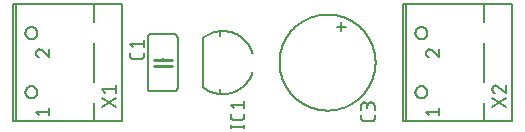
<source format=gbr>
G04 EAGLE Gerber RS-274X export*
G75*
%MOMM*%
%FSLAX34Y34*%
%LPD*%
%INSilkscreen Top*%
%IPPOS*%
%AMOC8*
5,1,8,0,0,1.08239X$1,22.5*%
G01*
%ADD10C,0.152400*%
%ADD11C,0.254000*%
%ADD12C,0.127000*%


D10*
X139700Y54610D02*
X139700Y97790D01*
X165100Y97790D02*
X165100Y54610D01*
X162560Y100330D02*
X142240Y100330D01*
X142240Y52070D02*
X162560Y52070D01*
X139700Y97790D02*
X139702Y97890D01*
X139708Y97989D01*
X139718Y98089D01*
X139731Y98187D01*
X139749Y98286D01*
X139770Y98383D01*
X139795Y98479D01*
X139824Y98575D01*
X139857Y98669D01*
X139893Y98762D01*
X139933Y98853D01*
X139977Y98943D01*
X140024Y99031D01*
X140074Y99117D01*
X140128Y99201D01*
X140185Y99283D01*
X140245Y99362D01*
X140309Y99440D01*
X140375Y99514D01*
X140444Y99586D01*
X140516Y99655D01*
X140590Y99721D01*
X140668Y99785D01*
X140747Y99845D01*
X140829Y99902D01*
X140913Y99956D01*
X140999Y100006D01*
X141087Y100053D01*
X141177Y100097D01*
X141268Y100137D01*
X141361Y100173D01*
X141455Y100206D01*
X141551Y100235D01*
X141647Y100260D01*
X141744Y100281D01*
X141843Y100299D01*
X141941Y100312D01*
X142041Y100322D01*
X142140Y100328D01*
X142240Y100330D01*
X139700Y54610D02*
X139702Y54510D01*
X139708Y54411D01*
X139718Y54311D01*
X139731Y54213D01*
X139749Y54114D01*
X139770Y54017D01*
X139795Y53921D01*
X139824Y53825D01*
X139857Y53731D01*
X139893Y53638D01*
X139933Y53547D01*
X139977Y53457D01*
X140024Y53369D01*
X140074Y53283D01*
X140128Y53199D01*
X140185Y53117D01*
X140245Y53038D01*
X140309Y52960D01*
X140375Y52886D01*
X140444Y52814D01*
X140516Y52745D01*
X140590Y52679D01*
X140668Y52615D01*
X140747Y52555D01*
X140829Y52498D01*
X140913Y52444D01*
X140999Y52394D01*
X141087Y52347D01*
X141177Y52303D01*
X141268Y52263D01*
X141361Y52227D01*
X141455Y52194D01*
X141551Y52165D01*
X141647Y52140D01*
X141744Y52119D01*
X141843Y52101D01*
X141941Y52088D01*
X142041Y52078D01*
X142140Y52072D01*
X142240Y52070D01*
X165100Y97790D02*
X165098Y97890D01*
X165092Y97989D01*
X165082Y98089D01*
X165069Y98187D01*
X165051Y98286D01*
X165030Y98383D01*
X165005Y98479D01*
X164976Y98575D01*
X164943Y98669D01*
X164907Y98762D01*
X164867Y98853D01*
X164823Y98943D01*
X164776Y99031D01*
X164726Y99117D01*
X164672Y99201D01*
X164615Y99283D01*
X164555Y99362D01*
X164491Y99440D01*
X164425Y99514D01*
X164356Y99586D01*
X164284Y99655D01*
X164210Y99721D01*
X164132Y99785D01*
X164053Y99845D01*
X163971Y99902D01*
X163887Y99956D01*
X163801Y100006D01*
X163713Y100053D01*
X163623Y100097D01*
X163532Y100137D01*
X163439Y100173D01*
X163345Y100206D01*
X163249Y100235D01*
X163153Y100260D01*
X163056Y100281D01*
X162957Y100299D01*
X162859Y100312D01*
X162759Y100322D01*
X162660Y100328D01*
X162560Y100330D01*
X165100Y54610D02*
X165098Y54510D01*
X165092Y54411D01*
X165082Y54311D01*
X165069Y54213D01*
X165051Y54114D01*
X165030Y54017D01*
X165005Y53921D01*
X164976Y53825D01*
X164943Y53731D01*
X164907Y53638D01*
X164867Y53547D01*
X164823Y53457D01*
X164776Y53369D01*
X164726Y53283D01*
X164672Y53199D01*
X164615Y53117D01*
X164555Y53038D01*
X164491Y52960D01*
X164425Y52886D01*
X164356Y52814D01*
X164284Y52745D01*
X164210Y52679D01*
X164132Y52615D01*
X164053Y52555D01*
X163971Y52498D01*
X163887Y52444D01*
X163801Y52394D01*
X163713Y52347D01*
X163623Y52303D01*
X163532Y52263D01*
X163439Y52227D01*
X163345Y52194D01*
X163249Y52165D01*
X163153Y52140D01*
X163056Y52119D01*
X162957Y52101D01*
X162859Y52088D01*
X162759Y52078D01*
X162660Y52072D01*
X162560Y52070D01*
X152400Y78740D02*
X152400Y80010D01*
D11*
X152400Y78740D02*
X144780Y78740D01*
X152400Y78740D02*
X160020Y78740D01*
X152400Y73660D02*
X144780Y73660D01*
X152400Y73660D02*
X160020Y73660D01*
D10*
X152400Y73660D02*
X152400Y72390D01*
D12*
X136525Y81915D02*
X136525Y84455D01*
X136525Y81915D02*
X136523Y81815D01*
X136517Y81716D01*
X136507Y81616D01*
X136494Y81518D01*
X136476Y81419D01*
X136455Y81322D01*
X136430Y81226D01*
X136401Y81130D01*
X136368Y81036D01*
X136332Y80943D01*
X136292Y80852D01*
X136248Y80762D01*
X136201Y80674D01*
X136151Y80588D01*
X136097Y80504D01*
X136040Y80422D01*
X135980Y80343D01*
X135916Y80265D01*
X135850Y80191D01*
X135781Y80119D01*
X135709Y80050D01*
X135635Y79984D01*
X135557Y79920D01*
X135478Y79860D01*
X135396Y79803D01*
X135312Y79749D01*
X135226Y79699D01*
X135138Y79652D01*
X135048Y79608D01*
X134957Y79568D01*
X134864Y79532D01*
X134770Y79499D01*
X134674Y79470D01*
X134578Y79445D01*
X134481Y79424D01*
X134382Y79406D01*
X134284Y79393D01*
X134184Y79383D01*
X134085Y79377D01*
X133985Y79375D01*
X127635Y79375D01*
X127535Y79377D01*
X127436Y79383D01*
X127336Y79393D01*
X127238Y79406D01*
X127139Y79424D01*
X127042Y79445D01*
X126946Y79470D01*
X126850Y79499D01*
X126756Y79532D01*
X126663Y79568D01*
X126572Y79608D01*
X126482Y79652D01*
X126394Y79699D01*
X126308Y79749D01*
X126224Y79803D01*
X126142Y79860D01*
X126063Y79920D01*
X125985Y79984D01*
X125911Y80050D01*
X125839Y80119D01*
X125770Y80191D01*
X125704Y80265D01*
X125640Y80343D01*
X125580Y80422D01*
X125523Y80504D01*
X125469Y80588D01*
X125419Y80674D01*
X125372Y80762D01*
X125328Y80852D01*
X125288Y80943D01*
X125252Y81036D01*
X125219Y81130D01*
X125190Y81226D01*
X125165Y81322D01*
X125144Y81419D01*
X125126Y81518D01*
X125113Y81616D01*
X125103Y81716D01*
X125097Y81815D01*
X125095Y81915D01*
X125095Y84455D01*
X127635Y88937D02*
X125095Y92112D01*
X136525Y92112D01*
X136525Y88937D02*
X136525Y95287D01*
D10*
X303530Y102870D02*
X303530Y110490D01*
X299720Y106680D02*
X307340Y106680D01*
X251460Y76200D02*
X251472Y77197D01*
X251509Y78194D01*
X251570Y79190D01*
X251656Y80183D01*
X251766Y81175D01*
X251900Y82163D01*
X252058Y83148D01*
X252241Y84128D01*
X252447Y85104D01*
X252678Y86075D01*
X252932Y87039D01*
X253210Y87997D01*
X253511Y88948D01*
X253836Y89891D01*
X254183Y90826D01*
X254554Y91752D01*
X254947Y92669D01*
X255362Y93576D01*
X255799Y94472D01*
X256259Y95358D01*
X256740Y96231D01*
X257242Y97093D01*
X257765Y97942D01*
X258309Y98778D01*
X258873Y99601D01*
X259458Y100409D01*
X260062Y101203D01*
X260685Y101982D01*
X261327Y102745D01*
X261988Y103492D01*
X262667Y104223D01*
X263363Y104937D01*
X264077Y105633D01*
X264808Y106312D01*
X265555Y106973D01*
X266318Y107615D01*
X267097Y108238D01*
X267891Y108842D01*
X268699Y109427D01*
X269522Y109991D01*
X270358Y110535D01*
X271207Y111058D01*
X272069Y111560D01*
X272942Y112041D01*
X273828Y112501D01*
X274724Y112938D01*
X275631Y113353D01*
X276548Y113746D01*
X277474Y114117D01*
X278409Y114464D01*
X279352Y114789D01*
X280303Y115090D01*
X281261Y115368D01*
X282225Y115622D01*
X283196Y115853D01*
X284172Y116059D01*
X285152Y116242D01*
X286137Y116400D01*
X287125Y116534D01*
X288117Y116644D01*
X289110Y116730D01*
X290106Y116791D01*
X291103Y116828D01*
X292100Y116840D01*
X293097Y116828D01*
X294094Y116791D01*
X295090Y116730D01*
X296083Y116644D01*
X297075Y116534D01*
X298063Y116400D01*
X299048Y116242D01*
X300028Y116059D01*
X301004Y115853D01*
X301975Y115622D01*
X302939Y115368D01*
X303897Y115090D01*
X304848Y114789D01*
X305791Y114464D01*
X306726Y114117D01*
X307652Y113746D01*
X308569Y113353D01*
X309476Y112938D01*
X310372Y112501D01*
X311258Y112041D01*
X312131Y111560D01*
X312993Y111058D01*
X313842Y110535D01*
X314678Y109991D01*
X315501Y109427D01*
X316309Y108842D01*
X317103Y108238D01*
X317882Y107615D01*
X318645Y106973D01*
X319392Y106312D01*
X320123Y105633D01*
X320837Y104937D01*
X321533Y104223D01*
X322212Y103492D01*
X322873Y102745D01*
X323515Y101982D01*
X324138Y101203D01*
X324742Y100409D01*
X325327Y99601D01*
X325891Y98778D01*
X326435Y97942D01*
X326958Y97093D01*
X327460Y96231D01*
X327941Y95358D01*
X328401Y94472D01*
X328838Y93576D01*
X329253Y92669D01*
X329646Y91752D01*
X330017Y90826D01*
X330364Y89891D01*
X330689Y88948D01*
X330990Y87997D01*
X331268Y87039D01*
X331522Y86075D01*
X331753Y85104D01*
X331959Y84128D01*
X332142Y83148D01*
X332300Y82163D01*
X332434Y81175D01*
X332544Y80183D01*
X332630Y79190D01*
X332691Y78194D01*
X332728Y77197D01*
X332740Y76200D01*
X332728Y75203D01*
X332691Y74206D01*
X332630Y73210D01*
X332544Y72217D01*
X332434Y71225D01*
X332300Y70237D01*
X332142Y69252D01*
X331959Y68272D01*
X331753Y67296D01*
X331522Y66325D01*
X331268Y65361D01*
X330990Y64403D01*
X330689Y63452D01*
X330364Y62509D01*
X330017Y61574D01*
X329646Y60648D01*
X329253Y59731D01*
X328838Y58824D01*
X328401Y57928D01*
X327941Y57042D01*
X327460Y56169D01*
X326958Y55307D01*
X326435Y54458D01*
X325891Y53622D01*
X325327Y52799D01*
X324742Y51991D01*
X324138Y51197D01*
X323515Y50418D01*
X322873Y49655D01*
X322212Y48908D01*
X321533Y48177D01*
X320837Y47463D01*
X320123Y46767D01*
X319392Y46088D01*
X318645Y45427D01*
X317882Y44785D01*
X317103Y44162D01*
X316309Y43558D01*
X315501Y42973D01*
X314678Y42409D01*
X313842Y41865D01*
X312993Y41342D01*
X312131Y40840D01*
X311258Y40359D01*
X310372Y39899D01*
X309476Y39462D01*
X308569Y39047D01*
X307652Y38654D01*
X306726Y38283D01*
X305791Y37936D01*
X304848Y37611D01*
X303897Y37310D01*
X302939Y37032D01*
X301975Y36778D01*
X301004Y36547D01*
X300028Y36341D01*
X299048Y36158D01*
X298063Y36000D01*
X297075Y35866D01*
X296083Y35756D01*
X295090Y35670D01*
X294094Y35609D01*
X293097Y35572D01*
X292100Y35560D01*
X291103Y35572D01*
X290106Y35609D01*
X289110Y35670D01*
X288117Y35756D01*
X287125Y35866D01*
X286137Y36000D01*
X285152Y36158D01*
X284172Y36341D01*
X283196Y36547D01*
X282225Y36778D01*
X281261Y37032D01*
X280303Y37310D01*
X279352Y37611D01*
X278409Y37936D01*
X277474Y38283D01*
X276548Y38654D01*
X275631Y39047D01*
X274724Y39462D01*
X273828Y39899D01*
X272942Y40359D01*
X272069Y40840D01*
X271207Y41342D01*
X270358Y41865D01*
X269522Y42409D01*
X268699Y42973D01*
X267891Y43558D01*
X267097Y44162D01*
X266318Y44785D01*
X265555Y45427D01*
X264808Y46088D01*
X264077Y46767D01*
X263363Y47463D01*
X262667Y48177D01*
X261988Y48908D01*
X261327Y49655D01*
X260685Y50418D01*
X260062Y51197D01*
X259458Y51991D01*
X258873Y52799D01*
X258309Y53622D01*
X257765Y54458D01*
X257242Y55307D01*
X256740Y56169D01*
X256259Y57042D01*
X255799Y57928D01*
X255362Y58824D01*
X254947Y59731D01*
X254554Y60648D01*
X254183Y61574D01*
X253836Y62509D01*
X253511Y63452D01*
X253210Y64403D01*
X252932Y65361D01*
X252678Y66325D01*
X252447Y67296D01*
X252241Y68272D01*
X252058Y69252D01*
X251900Y70237D01*
X251766Y71225D01*
X251656Y72217D01*
X251570Y73210D01*
X251509Y74206D01*
X251472Y75203D01*
X251460Y76200D01*
D12*
X332105Y31713D02*
X332105Y29173D01*
X332103Y29073D01*
X332097Y28974D01*
X332087Y28874D01*
X332074Y28776D01*
X332056Y28677D01*
X332035Y28580D01*
X332010Y28484D01*
X331981Y28388D01*
X331948Y28294D01*
X331912Y28201D01*
X331872Y28110D01*
X331828Y28020D01*
X331781Y27932D01*
X331731Y27846D01*
X331677Y27762D01*
X331620Y27680D01*
X331560Y27601D01*
X331496Y27523D01*
X331430Y27449D01*
X331361Y27377D01*
X331289Y27308D01*
X331215Y27242D01*
X331137Y27178D01*
X331058Y27118D01*
X330976Y27061D01*
X330892Y27007D01*
X330806Y26957D01*
X330718Y26910D01*
X330628Y26866D01*
X330537Y26826D01*
X330444Y26790D01*
X330350Y26757D01*
X330254Y26728D01*
X330158Y26703D01*
X330061Y26682D01*
X329962Y26664D01*
X329864Y26651D01*
X329764Y26641D01*
X329665Y26635D01*
X329565Y26633D01*
X323215Y26633D01*
X323115Y26635D01*
X323016Y26641D01*
X322916Y26651D01*
X322818Y26664D01*
X322719Y26682D01*
X322622Y26703D01*
X322526Y26728D01*
X322430Y26757D01*
X322336Y26790D01*
X322243Y26826D01*
X322152Y26866D01*
X322062Y26910D01*
X321974Y26957D01*
X321888Y27007D01*
X321804Y27061D01*
X321722Y27118D01*
X321643Y27178D01*
X321565Y27242D01*
X321491Y27308D01*
X321419Y27377D01*
X321350Y27449D01*
X321284Y27523D01*
X321220Y27601D01*
X321160Y27680D01*
X321103Y27762D01*
X321049Y27846D01*
X320999Y27932D01*
X320952Y28020D01*
X320908Y28110D01*
X320868Y28201D01*
X320832Y28294D01*
X320799Y28388D01*
X320770Y28484D01*
X320745Y28580D01*
X320724Y28677D01*
X320706Y28776D01*
X320693Y28874D01*
X320683Y28974D01*
X320677Y29073D01*
X320675Y29173D01*
X320675Y31713D01*
X332105Y36195D02*
X332105Y39370D01*
X332103Y39481D01*
X332097Y39591D01*
X332088Y39702D01*
X332074Y39812D01*
X332057Y39921D01*
X332036Y40030D01*
X332011Y40138D01*
X331982Y40245D01*
X331950Y40351D01*
X331914Y40456D01*
X331874Y40559D01*
X331831Y40661D01*
X331784Y40762D01*
X331733Y40861D01*
X331680Y40958D01*
X331623Y41052D01*
X331562Y41145D01*
X331499Y41236D01*
X331432Y41325D01*
X331362Y41411D01*
X331289Y41494D01*
X331214Y41576D01*
X331136Y41654D01*
X331054Y41729D01*
X330971Y41802D01*
X330885Y41872D01*
X330796Y41939D01*
X330705Y42002D01*
X330612Y42063D01*
X330518Y42120D01*
X330421Y42173D01*
X330322Y42224D01*
X330221Y42271D01*
X330119Y42314D01*
X330016Y42354D01*
X329911Y42390D01*
X329805Y42422D01*
X329698Y42451D01*
X329590Y42476D01*
X329481Y42497D01*
X329372Y42514D01*
X329262Y42528D01*
X329151Y42537D01*
X329041Y42543D01*
X328930Y42545D01*
X328819Y42543D01*
X328709Y42537D01*
X328598Y42528D01*
X328488Y42514D01*
X328379Y42497D01*
X328270Y42476D01*
X328162Y42451D01*
X328055Y42422D01*
X327949Y42390D01*
X327844Y42354D01*
X327741Y42314D01*
X327639Y42271D01*
X327538Y42224D01*
X327439Y42173D01*
X327343Y42120D01*
X327248Y42063D01*
X327155Y42002D01*
X327064Y41939D01*
X326975Y41872D01*
X326889Y41802D01*
X326806Y41729D01*
X326724Y41654D01*
X326646Y41576D01*
X326571Y41494D01*
X326498Y41411D01*
X326428Y41325D01*
X326361Y41236D01*
X326298Y41145D01*
X326237Y41052D01*
X326180Y40957D01*
X326127Y40861D01*
X326076Y40762D01*
X326029Y40661D01*
X325986Y40559D01*
X325946Y40456D01*
X325910Y40351D01*
X325878Y40245D01*
X325849Y40138D01*
X325824Y40030D01*
X325803Y39921D01*
X325786Y39812D01*
X325772Y39702D01*
X325763Y39591D01*
X325757Y39481D01*
X325755Y39370D01*
X320675Y40005D02*
X320675Y36195D01*
X320675Y40005D02*
X320677Y40105D01*
X320683Y40204D01*
X320693Y40304D01*
X320706Y40402D01*
X320724Y40501D01*
X320745Y40598D01*
X320770Y40694D01*
X320799Y40790D01*
X320832Y40884D01*
X320868Y40977D01*
X320908Y41068D01*
X320952Y41158D01*
X320999Y41246D01*
X321049Y41332D01*
X321103Y41416D01*
X321160Y41498D01*
X321220Y41577D01*
X321284Y41655D01*
X321350Y41729D01*
X321419Y41801D01*
X321491Y41870D01*
X321565Y41936D01*
X321643Y42000D01*
X321722Y42060D01*
X321804Y42117D01*
X321888Y42171D01*
X321974Y42221D01*
X322062Y42268D01*
X322152Y42312D01*
X322243Y42352D01*
X322336Y42388D01*
X322430Y42421D01*
X322526Y42450D01*
X322622Y42475D01*
X322719Y42496D01*
X322818Y42514D01*
X322916Y42527D01*
X323016Y42537D01*
X323115Y42543D01*
X323215Y42545D01*
X323315Y42543D01*
X323414Y42537D01*
X323514Y42527D01*
X323612Y42514D01*
X323711Y42496D01*
X323808Y42475D01*
X323904Y42450D01*
X324000Y42421D01*
X324094Y42388D01*
X324187Y42352D01*
X324278Y42312D01*
X324368Y42268D01*
X324456Y42221D01*
X324542Y42171D01*
X324626Y42117D01*
X324708Y42060D01*
X324787Y42000D01*
X324865Y41936D01*
X324939Y41870D01*
X325011Y41801D01*
X325080Y41729D01*
X325146Y41655D01*
X325210Y41577D01*
X325270Y41498D01*
X325327Y41416D01*
X325381Y41332D01*
X325431Y41246D01*
X325478Y41158D01*
X325522Y41068D01*
X325562Y40977D01*
X325598Y40884D01*
X325631Y40790D01*
X325660Y40694D01*
X325685Y40598D01*
X325706Y40501D01*
X325724Y40402D01*
X325737Y40304D01*
X325747Y40204D01*
X325753Y40105D01*
X325755Y40005D01*
X325755Y37465D01*
D10*
X228685Y84063D02*
X228487Y84678D01*
X228274Y85289D01*
X228046Y85894D01*
X227804Y86493D01*
X227547Y87086D01*
X227276Y87673D01*
X226991Y88253D01*
X226692Y88826D01*
X226379Y89392D01*
X226052Y89950D01*
X225713Y90499D01*
X225359Y91041D01*
X224993Y91574D01*
X224614Y92097D01*
X224223Y92612D01*
X223819Y93116D01*
X223403Y93611D01*
X222975Y94095D01*
X222535Y94569D01*
X222084Y95033D01*
X221622Y95485D01*
X221150Y95926D01*
X220666Y96355D01*
X220173Y96772D01*
X219669Y97178D01*
X219156Y97571D01*
X218633Y97951D01*
X218102Y98319D01*
X217561Y98673D01*
X217012Y99015D01*
X216455Y99343D01*
X215890Y99657D01*
X215318Y99958D01*
X214739Y100245D01*
X214153Y100517D01*
X213560Y100775D01*
X212962Y101019D01*
X212357Y101249D01*
X211747Y101463D01*
X211133Y101663D01*
X210513Y101848D01*
X209889Y102017D01*
X209262Y102172D01*
X208631Y102311D01*
X207996Y102435D01*
X207359Y102544D01*
X206719Y102637D01*
X206077Y102714D01*
X205434Y102776D01*
X204789Y102823D01*
X204144Y102853D01*
X203497Y102868D01*
X202851Y102868D01*
X202205Y102851D01*
X201559Y102819D01*
X200914Y102772D01*
X200271Y102709D01*
X199630Y102630D01*
X198990Y102536D01*
X198353Y102426D01*
X197719Y102301D01*
X197088Y102160D01*
X196461Y102004D01*
X195837Y101834D01*
X195218Y101648D01*
X194604Y101447D01*
X193994Y101231D01*
X193390Y101000D01*
X192792Y100755D01*
X192200Y100496D01*
X191615Y100222D01*
X191036Y99934D01*
X190464Y99633D01*
X189900Y99317D01*
X189344Y98988D01*
X188795Y98645D01*
X188256Y98290D01*
X187725Y97921D01*
X187203Y97540D01*
X186690Y97146D01*
X186690Y55250D02*
X187202Y54856D01*
X187724Y54474D01*
X188255Y54106D01*
X188795Y53750D01*
X189343Y53407D01*
X189900Y53078D01*
X190464Y52763D01*
X191035Y52461D01*
X191614Y52173D01*
X192200Y51899D01*
X192792Y51640D01*
X193390Y51395D01*
X193994Y51164D01*
X194603Y50949D01*
X195218Y50748D01*
X195837Y50562D01*
X196460Y50391D01*
X197087Y50235D01*
X197718Y50094D01*
X198353Y49969D01*
X198990Y49859D01*
X199629Y49765D01*
X200271Y49686D01*
X200914Y49623D01*
X201559Y49576D01*
X202204Y49544D01*
X202851Y49527D01*
X203497Y49527D01*
X204143Y49542D01*
X204789Y49572D01*
X205434Y49619D01*
X206077Y49681D01*
X206719Y49758D01*
X207359Y49851D01*
X207996Y49960D01*
X208630Y50084D01*
X209261Y50223D01*
X209889Y50377D01*
X210513Y50547D01*
X211132Y50732D01*
X211747Y50932D01*
X212357Y51146D01*
X212961Y51375D01*
X213560Y51619D01*
X214152Y51878D01*
X214739Y52150D01*
X215318Y52437D01*
X215890Y52738D01*
X216455Y53052D01*
X217012Y53380D01*
X217561Y53722D01*
X218101Y54076D01*
X218633Y54444D01*
X219156Y54824D01*
X219669Y55217D01*
X220172Y55623D01*
X220666Y56040D01*
X221149Y56469D01*
X221622Y56910D01*
X222084Y57362D01*
X222535Y57825D01*
X222975Y58299D01*
X223402Y58784D01*
X223818Y59279D01*
X224222Y59783D01*
X224614Y60298D01*
X224993Y60821D01*
X225359Y61354D01*
X225712Y61895D01*
X226052Y62445D01*
X226379Y63003D01*
X226692Y63569D01*
X226991Y64142D01*
X227276Y64722D01*
X227547Y65309D01*
X227804Y65902D01*
X228046Y66501D01*
X228274Y67106D01*
X228486Y67717D01*
X228685Y68332D01*
X186690Y55250D02*
X186690Y97150D01*
X200660Y98740D02*
X200660Y102750D01*
X200660Y53660D02*
X200660Y49650D01*
D12*
X210185Y21971D02*
X221615Y21971D01*
X221615Y20701D02*
X221615Y23241D01*
X210185Y23241D02*
X210185Y20701D01*
X221615Y30443D02*
X221615Y32983D01*
X221615Y30443D02*
X221613Y30343D01*
X221607Y30244D01*
X221597Y30144D01*
X221584Y30046D01*
X221566Y29947D01*
X221545Y29850D01*
X221520Y29754D01*
X221491Y29658D01*
X221458Y29564D01*
X221422Y29471D01*
X221382Y29380D01*
X221338Y29290D01*
X221291Y29202D01*
X221241Y29116D01*
X221187Y29032D01*
X221130Y28950D01*
X221070Y28871D01*
X221006Y28793D01*
X220940Y28719D01*
X220871Y28647D01*
X220799Y28578D01*
X220725Y28512D01*
X220647Y28448D01*
X220568Y28388D01*
X220486Y28331D01*
X220402Y28277D01*
X220316Y28227D01*
X220228Y28180D01*
X220138Y28136D01*
X220047Y28096D01*
X219954Y28060D01*
X219860Y28027D01*
X219764Y27998D01*
X219668Y27973D01*
X219571Y27952D01*
X219472Y27934D01*
X219374Y27921D01*
X219274Y27911D01*
X219175Y27905D01*
X219075Y27903D01*
X212725Y27903D01*
X212625Y27905D01*
X212526Y27911D01*
X212426Y27921D01*
X212328Y27934D01*
X212229Y27952D01*
X212132Y27973D01*
X212036Y27998D01*
X211940Y28027D01*
X211846Y28060D01*
X211753Y28096D01*
X211662Y28136D01*
X211572Y28180D01*
X211484Y28227D01*
X211398Y28277D01*
X211314Y28331D01*
X211232Y28388D01*
X211153Y28448D01*
X211075Y28512D01*
X211001Y28578D01*
X210929Y28647D01*
X210860Y28719D01*
X210794Y28793D01*
X210730Y28871D01*
X210670Y28950D01*
X210613Y29032D01*
X210559Y29116D01*
X210509Y29202D01*
X210462Y29290D01*
X210418Y29380D01*
X210378Y29471D01*
X210342Y29564D01*
X210309Y29658D01*
X210280Y29754D01*
X210255Y29850D01*
X210234Y29947D01*
X210216Y30046D01*
X210203Y30144D01*
X210193Y30244D01*
X210187Y30343D01*
X210185Y30443D01*
X210185Y32983D01*
X212725Y37465D02*
X210185Y40640D01*
X221615Y40640D01*
X221615Y37465D02*
X221615Y43815D01*
D10*
X118110Y26310D02*
X118110Y126130D01*
X28190Y126130D02*
X26160Y126130D01*
X26160Y26310D01*
X94230Y26310D02*
X118110Y26310D01*
X94230Y26310D02*
X94230Y42310D01*
X94230Y60090D02*
X94230Y92350D01*
X94230Y110130D02*
X94230Y126130D01*
X94230Y26310D02*
X28190Y26310D01*
X94230Y126130D02*
X118110Y126130D01*
X28190Y126130D02*
X28190Y26310D01*
X26160Y26310D01*
X28190Y126130D02*
X94230Y126130D01*
X36322Y51200D02*
X36324Y51342D01*
X36330Y51485D01*
X36340Y51627D01*
X36354Y51769D01*
X36372Y51910D01*
X36394Y52051D01*
X36420Y52191D01*
X36449Y52330D01*
X36483Y52469D01*
X36521Y52606D01*
X36562Y52743D01*
X36607Y52878D01*
X36656Y53012D01*
X36709Y53144D01*
X36765Y53275D01*
X36825Y53404D01*
X36889Y53532D01*
X36956Y53657D01*
X37027Y53781D01*
X37101Y53903D01*
X37178Y54022D01*
X37259Y54140D01*
X37343Y54255D01*
X37430Y54367D01*
X37521Y54477D01*
X37614Y54585D01*
X37711Y54690D01*
X37810Y54792D01*
X37912Y54891D01*
X38017Y54988D01*
X38125Y55081D01*
X38235Y55172D01*
X38347Y55259D01*
X38462Y55343D01*
X38580Y55424D01*
X38699Y55501D01*
X38821Y55575D01*
X38945Y55646D01*
X39070Y55713D01*
X39198Y55777D01*
X39327Y55837D01*
X39458Y55893D01*
X39590Y55946D01*
X39724Y55995D01*
X39859Y56040D01*
X39996Y56081D01*
X40133Y56119D01*
X40272Y56153D01*
X40411Y56182D01*
X40551Y56208D01*
X40692Y56230D01*
X40833Y56248D01*
X40975Y56262D01*
X41117Y56272D01*
X41260Y56278D01*
X41402Y56280D01*
X41544Y56278D01*
X41687Y56272D01*
X41829Y56262D01*
X41971Y56248D01*
X42112Y56230D01*
X42253Y56208D01*
X42393Y56182D01*
X42532Y56153D01*
X42671Y56119D01*
X42808Y56081D01*
X42945Y56040D01*
X43080Y55995D01*
X43214Y55946D01*
X43346Y55893D01*
X43477Y55837D01*
X43606Y55777D01*
X43734Y55713D01*
X43859Y55646D01*
X43983Y55575D01*
X44105Y55501D01*
X44224Y55424D01*
X44342Y55343D01*
X44457Y55259D01*
X44569Y55172D01*
X44679Y55081D01*
X44787Y54988D01*
X44892Y54891D01*
X44994Y54792D01*
X45093Y54690D01*
X45190Y54585D01*
X45283Y54477D01*
X45374Y54367D01*
X45461Y54255D01*
X45545Y54140D01*
X45626Y54022D01*
X45703Y53903D01*
X45777Y53781D01*
X45848Y53657D01*
X45915Y53532D01*
X45979Y53404D01*
X46039Y53275D01*
X46095Y53144D01*
X46148Y53012D01*
X46197Y52878D01*
X46242Y52743D01*
X46283Y52606D01*
X46321Y52469D01*
X46355Y52330D01*
X46384Y52191D01*
X46410Y52051D01*
X46432Y51910D01*
X46450Y51769D01*
X46464Y51627D01*
X46474Y51485D01*
X46480Y51342D01*
X46482Y51200D01*
X46480Y51058D01*
X46474Y50915D01*
X46464Y50773D01*
X46450Y50631D01*
X46432Y50490D01*
X46410Y50349D01*
X46384Y50209D01*
X46355Y50070D01*
X46321Y49931D01*
X46283Y49794D01*
X46242Y49657D01*
X46197Y49522D01*
X46148Y49388D01*
X46095Y49256D01*
X46039Y49125D01*
X45979Y48996D01*
X45915Y48868D01*
X45848Y48743D01*
X45777Y48619D01*
X45703Y48497D01*
X45626Y48378D01*
X45545Y48260D01*
X45461Y48145D01*
X45374Y48033D01*
X45283Y47923D01*
X45190Y47815D01*
X45093Y47710D01*
X44994Y47608D01*
X44892Y47509D01*
X44787Y47412D01*
X44679Y47319D01*
X44569Y47228D01*
X44457Y47141D01*
X44342Y47057D01*
X44224Y46976D01*
X44105Y46899D01*
X43983Y46825D01*
X43859Y46754D01*
X43734Y46687D01*
X43606Y46623D01*
X43477Y46563D01*
X43346Y46507D01*
X43214Y46454D01*
X43080Y46405D01*
X42945Y46360D01*
X42808Y46319D01*
X42671Y46281D01*
X42532Y46247D01*
X42393Y46218D01*
X42253Y46192D01*
X42112Y46170D01*
X41971Y46152D01*
X41829Y46138D01*
X41687Y46128D01*
X41544Y46122D01*
X41402Y46120D01*
X41260Y46122D01*
X41117Y46128D01*
X40975Y46138D01*
X40833Y46152D01*
X40692Y46170D01*
X40551Y46192D01*
X40411Y46218D01*
X40272Y46247D01*
X40133Y46281D01*
X39996Y46319D01*
X39859Y46360D01*
X39724Y46405D01*
X39590Y46454D01*
X39458Y46507D01*
X39327Y46563D01*
X39198Y46623D01*
X39070Y46687D01*
X38945Y46754D01*
X38821Y46825D01*
X38699Y46899D01*
X38580Y46976D01*
X38462Y47057D01*
X38347Y47141D01*
X38235Y47228D01*
X38125Y47319D01*
X38017Y47412D01*
X37912Y47509D01*
X37810Y47608D01*
X37711Y47710D01*
X37614Y47815D01*
X37521Y47923D01*
X37430Y48033D01*
X37343Y48145D01*
X37259Y48260D01*
X37178Y48378D01*
X37101Y48497D01*
X37027Y48619D01*
X36956Y48743D01*
X36889Y48868D01*
X36825Y48996D01*
X36765Y49125D01*
X36709Y49256D01*
X36656Y49388D01*
X36607Y49522D01*
X36562Y49657D01*
X36521Y49794D01*
X36483Y49931D01*
X36449Y50070D01*
X36420Y50209D01*
X36394Y50349D01*
X36372Y50490D01*
X36354Y50631D01*
X36340Y50773D01*
X36330Y50915D01*
X36324Y51058D01*
X36322Y51200D01*
X36322Y101238D02*
X36324Y101380D01*
X36330Y101523D01*
X36340Y101665D01*
X36354Y101807D01*
X36372Y101948D01*
X36394Y102089D01*
X36420Y102229D01*
X36449Y102368D01*
X36483Y102507D01*
X36521Y102644D01*
X36562Y102781D01*
X36607Y102916D01*
X36656Y103050D01*
X36709Y103182D01*
X36765Y103313D01*
X36825Y103442D01*
X36889Y103570D01*
X36956Y103695D01*
X37027Y103819D01*
X37101Y103941D01*
X37178Y104060D01*
X37259Y104178D01*
X37343Y104293D01*
X37430Y104405D01*
X37521Y104515D01*
X37614Y104623D01*
X37711Y104728D01*
X37810Y104830D01*
X37912Y104929D01*
X38017Y105026D01*
X38125Y105119D01*
X38235Y105210D01*
X38347Y105297D01*
X38462Y105381D01*
X38580Y105462D01*
X38699Y105539D01*
X38821Y105613D01*
X38945Y105684D01*
X39070Y105751D01*
X39198Y105815D01*
X39327Y105875D01*
X39458Y105931D01*
X39590Y105984D01*
X39724Y106033D01*
X39859Y106078D01*
X39996Y106119D01*
X40133Y106157D01*
X40272Y106191D01*
X40411Y106220D01*
X40551Y106246D01*
X40692Y106268D01*
X40833Y106286D01*
X40975Y106300D01*
X41117Y106310D01*
X41260Y106316D01*
X41402Y106318D01*
X41544Y106316D01*
X41687Y106310D01*
X41829Y106300D01*
X41971Y106286D01*
X42112Y106268D01*
X42253Y106246D01*
X42393Y106220D01*
X42532Y106191D01*
X42671Y106157D01*
X42808Y106119D01*
X42945Y106078D01*
X43080Y106033D01*
X43214Y105984D01*
X43346Y105931D01*
X43477Y105875D01*
X43606Y105815D01*
X43734Y105751D01*
X43859Y105684D01*
X43983Y105613D01*
X44105Y105539D01*
X44224Y105462D01*
X44342Y105381D01*
X44457Y105297D01*
X44569Y105210D01*
X44679Y105119D01*
X44787Y105026D01*
X44892Y104929D01*
X44994Y104830D01*
X45093Y104728D01*
X45190Y104623D01*
X45283Y104515D01*
X45374Y104405D01*
X45461Y104293D01*
X45545Y104178D01*
X45626Y104060D01*
X45703Y103941D01*
X45777Y103819D01*
X45848Y103695D01*
X45915Y103570D01*
X45979Y103442D01*
X46039Y103313D01*
X46095Y103182D01*
X46148Y103050D01*
X46197Y102916D01*
X46242Y102781D01*
X46283Y102644D01*
X46321Y102507D01*
X46355Y102368D01*
X46384Y102229D01*
X46410Y102089D01*
X46432Y101948D01*
X46450Y101807D01*
X46464Y101665D01*
X46474Y101523D01*
X46480Y101380D01*
X46482Y101238D01*
X46480Y101096D01*
X46474Y100953D01*
X46464Y100811D01*
X46450Y100669D01*
X46432Y100528D01*
X46410Y100387D01*
X46384Y100247D01*
X46355Y100108D01*
X46321Y99969D01*
X46283Y99832D01*
X46242Y99695D01*
X46197Y99560D01*
X46148Y99426D01*
X46095Y99294D01*
X46039Y99163D01*
X45979Y99034D01*
X45915Y98906D01*
X45848Y98781D01*
X45777Y98657D01*
X45703Y98535D01*
X45626Y98416D01*
X45545Y98298D01*
X45461Y98183D01*
X45374Y98071D01*
X45283Y97961D01*
X45190Y97853D01*
X45093Y97748D01*
X44994Y97646D01*
X44892Y97547D01*
X44787Y97450D01*
X44679Y97357D01*
X44569Y97266D01*
X44457Y97179D01*
X44342Y97095D01*
X44224Y97014D01*
X44105Y96937D01*
X43983Y96863D01*
X43859Y96792D01*
X43734Y96725D01*
X43606Y96661D01*
X43477Y96601D01*
X43346Y96545D01*
X43214Y96492D01*
X43080Y96443D01*
X42945Y96398D01*
X42808Y96357D01*
X42671Y96319D01*
X42532Y96285D01*
X42393Y96256D01*
X42253Y96230D01*
X42112Y96208D01*
X41971Y96190D01*
X41829Y96176D01*
X41687Y96166D01*
X41544Y96160D01*
X41402Y96158D01*
X41260Y96160D01*
X41117Y96166D01*
X40975Y96176D01*
X40833Y96190D01*
X40692Y96208D01*
X40551Y96230D01*
X40411Y96256D01*
X40272Y96285D01*
X40133Y96319D01*
X39996Y96357D01*
X39859Y96398D01*
X39724Y96443D01*
X39590Y96492D01*
X39458Y96545D01*
X39327Y96601D01*
X39198Y96661D01*
X39070Y96725D01*
X38945Y96792D01*
X38821Y96863D01*
X38699Y96937D01*
X38580Y97014D01*
X38462Y97095D01*
X38347Y97179D01*
X38235Y97266D01*
X38125Y97357D01*
X38017Y97450D01*
X37912Y97547D01*
X37810Y97646D01*
X37711Y97748D01*
X37614Y97853D01*
X37521Y97961D01*
X37430Y98071D01*
X37343Y98183D01*
X37259Y98298D01*
X37178Y98416D01*
X37101Y98535D01*
X37027Y98657D01*
X36956Y98781D01*
X36889Y98906D01*
X36825Y99034D01*
X36765Y99163D01*
X36709Y99294D01*
X36656Y99426D01*
X36607Y99560D01*
X36562Y99695D01*
X36521Y99832D01*
X36483Y99969D01*
X36449Y100108D01*
X36420Y100247D01*
X36394Y100387D01*
X36372Y100528D01*
X36354Y100669D01*
X36340Y100811D01*
X36330Y100953D01*
X36324Y101096D01*
X36322Y101238D01*
D12*
X45085Y34690D02*
X47625Y31515D01*
X45085Y34690D02*
X56515Y34690D01*
X56515Y31515D02*
X56515Y37865D01*
X45085Y84538D02*
X45087Y84642D01*
X45093Y84747D01*
X45102Y84851D01*
X45115Y84954D01*
X45133Y85057D01*
X45153Y85159D01*
X45178Y85261D01*
X45206Y85361D01*
X45238Y85461D01*
X45274Y85559D01*
X45313Y85656D01*
X45355Y85751D01*
X45401Y85845D01*
X45451Y85937D01*
X45503Y86027D01*
X45559Y86115D01*
X45619Y86201D01*
X45681Y86285D01*
X45746Y86366D01*
X45814Y86445D01*
X45886Y86522D01*
X45959Y86595D01*
X46036Y86667D01*
X46115Y86735D01*
X46196Y86800D01*
X46280Y86862D01*
X46366Y86922D01*
X46454Y86978D01*
X46544Y87030D01*
X46636Y87080D01*
X46730Y87126D01*
X46825Y87168D01*
X46922Y87207D01*
X47020Y87243D01*
X47120Y87275D01*
X47220Y87303D01*
X47322Y87328D01*
X47424Y87348D01*
X47527Y87366D01*
X47630Y87379D01*
X47734Y87388D01*
X47839Y87394D01*
X47943Y87396D01*
X45085Y84538D02*
X45087Y84420D01*
X45093Y84301D01*
X45102Y84183D01*
X45115Y84066D01*
X45133Y83949D01*
X45153Y83832D01*
X45178Y83716D01*
X45206Y83601D01*
X45239Y83488D01*
X45274Y83375D01*
X45314Y83263D01*
X45356Y83153D01*
X45403Y83044D01*
X45453Y82936D01*
X45506Y82831D01*
X45563Y82727D01*
X45623Y82625D01*
X45686Y82525D01*
X45753Y82427D01*
X45822Y82331D01*
X45895Y82238D01*
X45971Y82147D01*
X46049Y82058D01*
X46131Y81972D01*
X46215Y81889D01*
X46301Y81808D01*
X46391Y81731D01*
X46482Y81656D01*
X46576Y81584D01*
X46673Y81515D01*
X46771Y81450D01*
X46872Y81387D01*
X46975Y81328D01*
X47079Y81272D01*
X47185Y81220D01*
X47293Y81171D01*
X47402Y81126D01*
X47513Y81084D01*
X47625Y81046D01*
X50165Y86443D02*
X50090Y86519D01*
X50011Y86594D01*
X49930Y86665D01*
X49846Y86734D01*
X49760Y86799D01*
X49672Y86861D01*
X49582Y86921D01*
X49490Y86977D01*
X49395Y87030D01*
X49299Y87079D01*
X49201Y87125D01*
X49102Y87168D01*
X49001Y87207D01*
X48899Y87242D01*
X48796Y87274D01*
X48692Y87302D01*
X48587Y87327D01*
X48480Y87348D01*
X48374Y87365D01*
X48267Y87378D01*
X48159Y87387D01*
X48051Y87393D01*
X47943Y87395D01*
X50165Y86443D02*
X56515Y81045D01*
X56515Y87395D01*
X101473Y45993D02*
X112903Y38373D01*
X112903Y45993D02*
X101473Y38373D01*
X104013Y50438D02*
X101473Y53613D01*
X112903Y53613D01*
X112903Y50438D02*
X112903Y56788D01*
D10*
X448310Y26310D02*
X448310Y126130D01*
X358390Y126130D02*
X356360Y126130D01*
X356360Y26310D01*
X424430Y26310D02*
X448310Y26310D01*
X424430Y26310D02*
X424430Y42310D01*
X424430Y60090D02*
X424430Y92350D01*
X424430Y110130D02*
X424430Y126130D01*
X424430Y26310D02*
X358390Y26310D01*
X424430Y126130D02*
X448310Y126130D01*
X358390Y126130D02*
X358390Y26310D01*
X356360Y26310D01*
X358390Y126130D02*
X424430Y126130D01*
X366522Y51200D02*
X366524Y51342D01*
X366530Y51485D01*
X366540Y51627D01*
X366554Y51769D01*
X366572Y51910D01*
X366594Y52051D01*
X366620Y52191D01*
X366649Y52330D01*
X366683Y52469D01*
X366721Y52606D01*
X366762Y52743D01*
X366807Y52878D01*
X366856Y53012D01*
X366909Y53144D01*
X366965Y53275D01*
X367025Y53404D01*
X367089Y53532D01*
X367156Y53657D01*
X367227Y53781D01*
X367301Y53903D01*
X367378Y54022D01*
X367459Y54140D01*
X367543Y54255D01*
X367630Y54367D01*
X367721Y54477D01*
X367814Y54585D01*
X367911Y54690D01*
X368010Y54792D01*
X368112Y54891D01*
X368217Y54988D01*
X368325Y55081D01*
X368435Y55172D01*
X368547Y55259D01*
X368662Y55343D01*
X368780Y55424D01*
X368899Y55501D01*
X369021Y55575D01*
X369145Y55646D01*
X369270Y55713D01*
X369398Y55777D01*
X369527Y55837D01*
X369658Y55893D01*
X369790Y55946D01*
X369924Y55995D01*
X370059Y56040D01*
X370196Y56081D01*
X370333Y56119D01*
X370472Y56153D01*
X370611Y56182D01*
X370751Y56208D01*
X370892Y56230D01*
X371033Y56248D01*
X371175Y56262D01*
X371317Y56272D01*
X371460Y56278D01*
X371602Y56280D01*
X371744Y56278D01*
X371887Y56272D01*
X372029Y56262D01*
X372171Y56248D01*
X372312Y56230D01*
X372453Y56208D01*
X372593Y56182D01*
X372732Y56153D01*
X372871Y56119D01*
X373008Y56081D01*
X373145Y56040D01*
X373280Y55995D01*
X373414Y55946D01*
X373546Y55893D01*
X373677Y55837D01*
X373806Y55777D01*
X373934Y55713D01*
X374059Y55646D01*
X374183Y55575D01*
X374305Y55501D01*
X374424Y55424D01*
X374542Y55343D01*
X374657Y55259D01*
X374769Y55172D01*
X374879Y55081D01*
X374987Y54988D01*
X375092Y54891D01*
X375194Y54792D01*
X375293Y54690D01*
X375390Y54585D01*
X375483Y54477D01*
X375574Y54367D01*
X375661Y54255D01*
X375745Y54140D01*
X375826Y54022D01*
X375903Y53903D01*
X375977Y53781D01*
X376048Y53657D01*
X376115Y53532D01*
X376179Y53404D01*
X376239Y53275D01*
X376295Y53144D01*
X376348Y53012D01*
X376397Y52878D01*
X376442Y52743D01*
X376483Y52606D01*
X376521Y52469D01*
X376555Y52330D01*
X376584Y52191D01*
X376610Y52051D01*
X376632Y51910D01*
X376650Y51769D01*
X376664Y51627D01*
X376674Y51485D01*
X376680Y51342D01*
X376682Y51200D01*
X376680Y51058D01*
X376674Y50915D01*
X376664Y50773D01*
X376650Y50631D01*
X376632Y50490D01*
X376610Y50349D01*
X376584Y50209D01*
X376555Y50070D01*
X376521Y49931D01*
X376483Y49794D01*
X376442Y49657D01*
X376397Y49522D01*
X376348Y49388D01*
X376295Y49256D01*
X376239Y49125D01*
X376179Y48996D01*
X376115Y48868D01*
X376048Y48743D01*
X375977Y48619D01*
X375903Y48497D01*
X375826Y48378D01*
X375745Y48260D01*
X375661Y48145D01*
X375574Y48033D01*
X375483Y47923D01*
X375390Y47815D01*
X375293Y47710D01*
X375194Y47608D01*
X375092Y47509D01*
X374987Y47412D01*
X374879Y47319D01*
X374769Y47228D01*
X374657Y47141D01*
X374542Y47057D01*
X374424Y46976D01*
X374305Y46899D01*
X374183Y46825D01*
X374059Y46754D01*
X373934Y46687D01*
X373806Y46623D01*
X373677Y46563D01*
X373546Y46507D01*
X373414Y46454D01*
X373280Y46405D01*
X373145Y46360D01*
X373008Y46319D01*
X372871Y46281D01*
X372732Y46247D01*
X372593Y46218D01*
X372453Y46192D01*
X372312Y46170D01*
X372171Y46152D01*
X372029Y46138D01*
X371887Y46128D01*
X371744Y46122D01*
X371602Y46120D01*
X371460Y46122D01*
X371317Y46128D01*
X371175Y46138D01*
X371033Y46152D01*
X370892Y46170D01*
X370751Y46192D01*
X370611Y46218D01*
X370472Y46247D01*
X370333Y46281D01*
X370196Y46319D01*
X370059Y46360D01*
X369924Y46405D01*
X369790Y46454D01*
X369658Y46507D01*
X369527Y46563D01*
X369398Y46623D01*
X369270Y46687D01*
X369145Y46754D01*
X369021Y46825D01*
X368899Y46899D01*
X368780Y46976D01*
X368662Y47057D01*
X368547Y47141D01*
X368435Y47228D01*
X368325Y47319D01*
X368217Y47412D01*
X368112Y47509D01*
X368010Y47608D01*
X367911Y47710D01*
X367814Y47815D01*
X367721Y47923D01*
X367630Y48033D01*
X367543Y48145D01*
X367459Y48260D01*
X367378Y48378D01*
X367301Y48497D01*
X367227Y48619D01*
X367156Y48743D01*
X367089Y48868D01*
X367025Y48996D01*
X366965Y49125D01*
X366909Y49256D01*
X366856Y49388D01*
X366807Y49522D01*
X366762Y49657D01*
X366721Y49794D01*
X366683Y49931D01*
X366649Y50070D01*
X366620Y50209D01*
X366594Y50349D01*
X366572Y50490D01*
X366554Y50631D01*
X366540Y50773D01*
X366530Y50915D01*
X366524Y51058D01*
X366522Y51200D01*
X366522Y101238D02*
X366524Y101380D01*
X366530Y101523D01*
X366540Y101665D01*
X366554Y101807D01*
X366572Y101948D01*
X366594Y102089D01*
X366620Y102229D01*
X366649Y102368D01*
X366683Y102507D01*
X366721Y102644D01*
X366762Y102781D01*
X366807Y102916D01*
X366856Y103050D01*
X366909Y103182D01*
X366965Y103313D01*
X367025Y103442D01*
X367089Y103570D01*
X367156Y103695D01*
X367227Y103819D01*
X367301Y103941D01*
X367378Y104060D01*
X367459Y104178D01*
X367543Y104293D01*
X367630Y104405D01*
X367721Y104515D01*
X367814Y104623D01*
X367911Y104728D01*
X368010Y104830D01*
X368112Y104929D01*
X368217Y105026D01*
X368325Y105119D01*
X368435Y105210D01*
X368547Y105297D01*
X368662Y105381D01*
X368780Y105462D01*
X368899Y105539D01*
X369021Y105613D01*
X369145Y105684D01*
X369270Y105751D01*
X369398Y105815D01*
X369527Y105875D01*
X369658Y105931D01*
X369790Y105984D01*
X369924Y106033D01*
X370059Y106078D01*
X370196Y106119D01*
X370333Y106157D01*
X370472Y106191D01*
X370611Y106220D01*
X370751Y106246D01*
X370892Y106268D01*
X371033Y106286D01*
X371175Y106300D01*
X371317Y106310D01*
X371460Y106316D01*
X371602Y106318D01*
X371744Y106316D01*
X371887Y106310D01*
X372029Y106300D01*
X372171Y106286D01*
X372312Y106268D01*
X372453Y106246D01*
X372593Y106220D01*
X372732Y106191D01*
X372871Y106157D01*
X373008Y106119D01*
X373145Y106078D01*
X373280Y106033D01*
X373414Y105984D01*
X373546Y105931D01*
X373677Y105875D01*
X373806Y105815D01*
X373934Y105751D01*
X374059Y105684D01*
X374183Y105613D01*
X374305Y105539D01*
X374424Y105462D01*
X374542Y105381D01*
X374657Y105297D01*
X374769Y105210D01*
X374879Y105119D01*
X374987Y105026D01*
X375092Y104929D01*
X375194Y104830D01*
X375293Y104728D01*
X375390Y104623D01*
X375483Y104515D01*
X375574Y104405D01*
X375661Y104293D01*
X375745Y104178D01*
X375826Y104060D01*
X375903Y103941D01*
X375977Y103819D01*
X376048Y103695D01*
X376115Y103570D01*
X376179Y103442D01*
X376239Y103313D01*
X376295Y103182D01*
X376348Y103050D01*
X376397Y102916D01*
X376442Y102781D01*
X376483Y102644D01*
X376521Y102507D01*
X376555Y102368D01*
X376584Y102229D01*
X376610Y102089D01*
X376632Y101948D01*
X376650Y101807D01*
X376664Y101665D01*
X376674Y101523D01*
X376680Y101380D01*
X376682Y101238D01*
X376680Y101096D01*
X376674Y100953D01*
X376664Y100811D01*
X376650Y100669D01*
X376632Y100528D01*
X376610Y100387D01*
X376584Y100247D01*
X376555Y100108D01*
X376521Y99969D01*
X376483Y99832D01*
X376442Y99695D01*
X376397Y99560D01*
X376348Y99426D01*
X376295Y99294D01*
X376239Y99163D01*
X376179Y99034D01*
X376115Y98906D01*
X376048Y98781D01*
X375977Y98657D01*
X375903Y98535D01*
X375826Y98416D01*
X375745Y98298D01*
X375661Y98183D01*
X375574Y98071D01*
X375483Y97961D01*
X375390Y97853D01*
X375293Y97748D01*
X375194Y97646D01*
X375092Y97547D01*
X374987Y97450D01*
X374879Y97357D01*
X374769Y97266D01*
X374657Y97179D01*
X374542Y97095D01*
X374424Y97014D01*
X374305Y96937D01*
X374183Y96863D01*
X374059Y96792D01*
X373934Y96725D01*
X373806Y96661D01*
X373677Y96601D01*
X373546Y96545D01*
X373414Y96492D01*
X373280Y96443D01*
X373145Y96398D01*
X373008Y96357D01*
X372871Y96319D01*
X372732Y96285D01*
X372593Y96256D01*
X372453Y96230D01*
X372312Y96208D01*
X372171Y96190D01*
X372029Y96176D01*
X371887Y96166D01*
X371744Y96160D01*
X371602Y96158D01*
X371460Y96160D01*
X371317Y96166D01*
X371175Y96176D01*
X371033Y96190D01*
X370892Y96208D01*
X370751Y96230D01*
X370611Y96256D01*
X370472Y96285D01*
X370333Y96319D01*
X370196Y96357D01*
X370059Y96398D01*
X369924Y96443D01*
X369790Y96492D01*
X369658Y96545D01*
X369527Y96601D01*
X369398Y96661D01*
X369270Y96725D01*
X369145Y96792D01*
X369021Y96863D01*
X368899Y96937D01*
X368780Y97014D01*
X368662Y97095D01*
X368547Y97179D01*
X368435Y97266D01*
X368325Y97357D01*
X368217Y97450D01*
X368112Y97547D01*
X368010Y97646D01*
X367911Y97748D01*
X367814Y97853D01*
X367721Y97961D01*
X367630Y98071D01*
X367543Y98183D01*
X367459Y98298D01*
X367378Y98416D01*
X367301Y98535D01*
X367227Y98657D01*
X367156Y98781D01*
X367089Y98906D01*
X367025Y99034D01*
X366965Y99163D01*
X366909Y99294D01*
X366856Y99426D01*
X366807Y99560D01*
X366762Y99695D01*
X366721Y99832D01*
X366683Y99969D01*
X366649Y100108D01*
X366620Y100247D01*
X366594Y100387D01*
X366572Y100528D01*
X366554Y100669D01*
X366540Y100811D01*
X366530Y100953D01*
X366524Y101096D01*
X366522Y101238D01*
D12*
X375285Y34690D02*
X377825Y31515D01*
X375285Y34690D02*
X386715Y34690D01*
X386715Y31515D02*
X386715Y37865D01*
X375285Y84538D02*
X375287Y84642D01*
X375293Y84747D01*
X375302Y84851D01*
X375315Y84954D01*
X375333Y85057D01*
X375353Y85159D01*
X375378Y85261D01*
X375406Y85361D01*
X375438Y85461D01*
X375474Y85559D01*
X375513Y85656D01*
X375555Y85751D01*
X375601Y85845D01*
X375651Y85937D01*
X375703Y86027D01*
X375759Y86115D01*
X375819Y86201D01*
X375881Y86285D01*
X375946Y86366D01*
X376014Y86445D01*
X376086Y86522D01*
X376159Y86595D01*
X376236Y86667D01*
X376315Y86735D01*
X376396Y86800D01*
X376480Y86862D01*
X376566Y86922D01*
X376654Y86978D01*
X376744Y87030D01*
X376836Y87080D01*
X376930Y87126D01*
X377025Y87168D01*
X377122Y87207D01*
X377220Y87243D01*
X377320Y87275D01*
X377420Y87303D01*
X377522Y87328D01*
X377624Y87348D01*
X377727Y87366D01*
X377830Y87379D01*
X377934Y87388D01*
X378039Y87394D01*
X378143Y87396D01*
X375285Y84538D02*
X375287Y84420D01*
X375293Y84301D01*
X375302Y84183D01*
X375315Y84066D01*
X375333Y83949D01*
X375353Y83832D01*
X375378Y83716D01*
X375406Y83601D01*
X375439Y83488D01*
X375474Y83375D01*
X375514Y83263D01*
X375556Y83153D01*
X375603Y83044D01*
X375653Y82936D01*
X375706Y82831D01*
X375763Y82727D01*
X375823Y82625D01*
X375886Y82525D01*
X375953Y82427D01*
X376022Y82331D01*
X376095Y82238D01*
X376171Y82147D01*
X376249Y82058D01*
X376331Y81972D01*
X376415Y81889D01*
X376501Y81808D01*
X376591Y81731D01*
X376682Y81656D01*
X376776Y81584D01*
X376873Y81515D01*
X376971Y81450D01*
X377072Y81387D01*
X377175Y81328D01*
X377279Y81272D01*
X377385Y81220D01*
X377493Y81171D01*
X377602Y81126D01*
X377713Y81084D01*
X377825Y81046D01*
X380365Y86443D02*
X380290Y86519D01*
X380211Y86594D01*
X380130Y86665D01*
X380046Y86734D01*
X379960Y86799D01*
X379872Y86861D01*
X379782Y86921D01*
X379690Y86977D01*
X379595Y87030D01*
X379499Y87079D01*
X379401Y87125D01*
X379302Y87168D01*
X379201Y87207D01*
X379099Y87242D01*
X378996Y87274D01*
X378892Y87302D01*
X378787Y87327D01*
X378680Y87348D01*
X378574Y87365D01*
X378467Y87378D01*
X378359Y87387D01*
X378251Y87393D01*
X378143Y87395D01*
X380365Y86443D02*
X386715Y81045D01*
X386715Y87395D01*
X431673Y45993D02*
X443103Y38373D01*
X443103Y45993D02*
X431673Y38373D01*
X431673Y53931D02*
X431675Y54035D01*
X431681Y54140D01*
X431690Y54244D01*
X431703Y54347D01*
X431721Y54450D01*
X431741Y54552D01*
X431766Y54654D01*
X431794Y54754D01*
X431826Y54854D01*
X431862Y54952D01*
X431901Y55049D01*
X431943Y55144D01*
X431989Y55238D01*
X432039Y55330D01*
X432091Y55420D01*
X432147Y55508D01*
X432207Y55594D01*
X432269Y55678D01*
X432334Y55759D01*
X432402Y55838D01*
X432474Y55915D01*
X432547Y55988D01*
X432624Y56060D01*
X432703Y56128D01*
X432784Y56193D01*
X432868Y56255D01*
X432954Y56315D01*
X433042Y56371D01*
X433132Y56423D01*
X433224Y56473D01*
X433318Y56519D01*
X433413Y56561D01*
X433510Y56600D01*
X433608Y56636D01*
X433708Y56668D01*
X433808Y56696D01*
X433910Y56721D01*
X434012Y56741D01*
X434115Y56759D01*
X434218Y56772D01*
X434322Y56781D01*
X434427Y56787D01*
X434531Y56789D01*
X431673Y53931D02*
X431675Y53813D01*
X431681Y53694D01*
X431690Y53576D01*
X431703Y53459D01*
X431721Y53342D01*
X431741Y53225D01*
X431766Y53109D01*
X431794Y52994D01*
X431827Y52881D01*
X431862Y52768D01*
X431902Y52656D01*
X431944Y52546D01*
X431991Y52437D01*
X432041Y52329D01*
X432094Y52224D01*
X432151Y52120D01*
X432211Y52018D01*
X432274Y51918D01*
X432341Y51820D01*
X432410Y51724D01*
X432483Y51631D01*
X432559Y51540D01*
X432637Y51451D01*
X432719Y51365D01*
X432803Y51282D01*
X432889Y51201D01*
X432979Y51124D01*
X433070Y51049D01*
X433164Y50977D01*
X433261Y50908D01*
X433359Y50843D01*
X433460Y50780D01*
X433563Y50721D01*
X433667Y50665D01*
X433773Y50613D01*
X433881Y50564D01*
X433990Y50519D01*
X434101Y50477D01*
X434213Y50439D01*
X436753Y55836D02*
X436678Y55912D01*
X436599Y55987D01*
X436518Y56058D01*
X436434Y56127D01*
X436348Y56192D01*
X436260Y56254D01*
X436170Y56314D01*
X436078Y56370D01*
X435983Y56423D01*
X435887Y56472D01*
X435789Y56518D01*
X435690Y56561D01*
X435589Y56600D01*
X435487Y56635D01*
X435384Y56667D01*
X435280Y56695D01*
X435175Y56720D01*
X435068Y56741D01*
X434962Y56758D01*
X434855Y56771D01*
X434747Y56780D01*
X434639Y56786D01*
X434531Y56788D01*
X436753Y55836D02*
X443103Y50438D01*
X443103Y56788D01*
M02*

</source>
